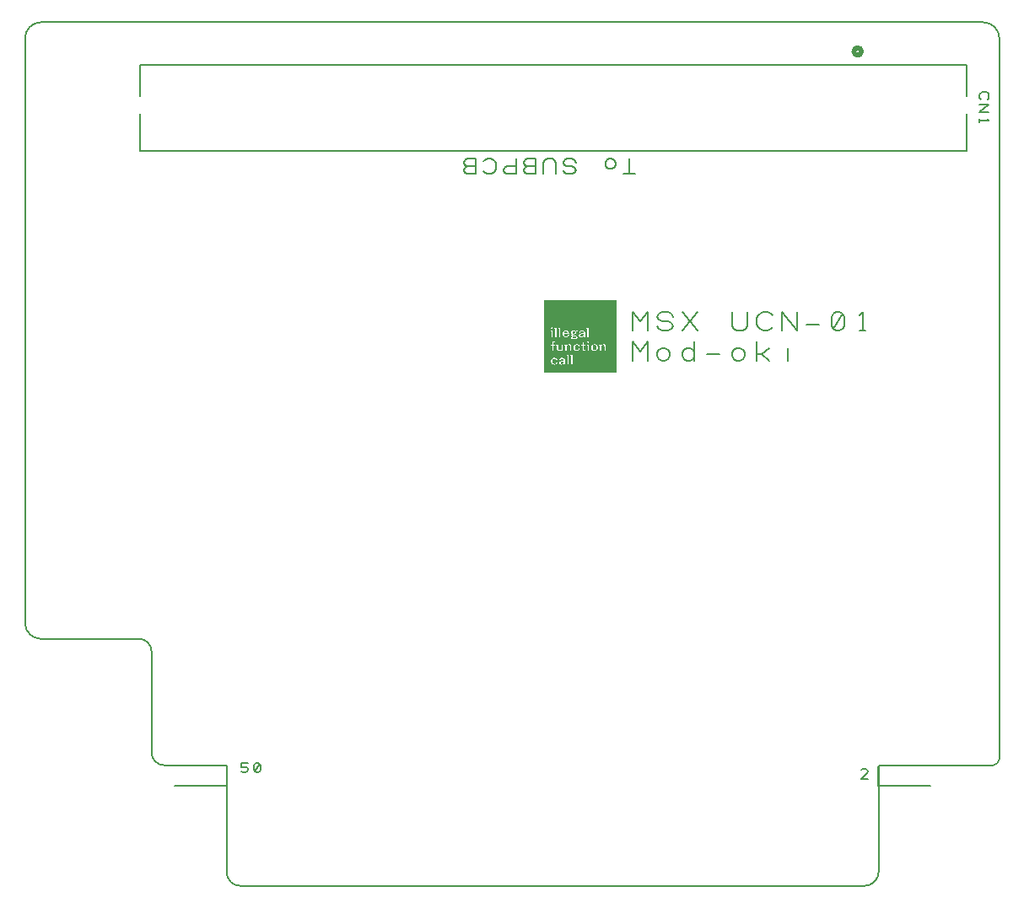
<source format=gbr>
G04 DesignSpark PCB PRO Gerber Version 10.0 Build 5299*
G04 #@! TF.Part,Single*
G04 #@! TF.FileFunction,Legend,Top*
G04 #@! TF.FilePolarity,Positive*
%FSLAX35Y35*%
%MOIN*%
%ADD80C,0.00197*%
%ADD23C,0.00500*%
%ADD117C,0.00600*%
%ADD82C,0.00787*%
%ADD118C,0.02000*%
G04 #@! TD.AperFunction*
X0Y0D02*
D02*
D23*
X142450Y9569D02*
G75*
G02*
X137170Y14849I0J5280D01*
G01*
Y57207D01*
X112485D01*
G75*
G02*
X107485Y62207I0J5000D01*
G01*
Y102207D01*
G75*
G03*
X102485Y107207I-5000J0D01*
G01*
X63735D01*
G75*
G02*
X57485Y113457I0J6250D01*
G01*
Y344707D01*
G75*
G02*
X63735Y350957I6250J0D01*
G01*
X436235D01*
G75*
G02*
X442485Y344707I0J-6250D01*
G01*
Y59707D01*
G75*
G02*
X439985Y57207I-2500J0D01*
G01*
X394807D01*
Y15066D01*
G75*
G02*
X389310Y9569I-5497J0D01*
G01*
X142450D01*
X435297Y320331D02*
X434985Y320644D01*
X434672Y321269D01*
Y322207D01*
X434985Y322831D01*
X435297Y323144D01*
X435922Y323457D01*
X437172D01*
X437797Y323144D01*
X438110Y322831D01*
X438422Y322207D01*
Y321269D01*
X438110Y320644D01*
X437797Y320331D01*
X434672Y318457D02*
X438422D01*
X434672Y315331D01*
X438422D01*
X434672Y312831D02*
Y311581D01*
Y312207D02*
X438422D01*
X437797Y312831D01*
D02*
D80*
X262484Y212807D02*
X290785D01*
X262484Y213307D02*
X290785D01*
X262484Y213807D02*
X290785D01*
X262484Y214607D02*
X290785D01*
X262484Y215107D02*
X290785D01*
X262484Y215607D02*
X266284D01*
X262484Y216107D02*
X265385D01*
X262484Y216607D02*
X265084D01*
X262484Y217107D02*
X265084D01*
X262484Y217607D02*
X265185D01*
X262484Y218107D02*
X265384D01*
X262484Y218407D02*
X265784D01*
X262484Y218907D02*
X271485D01*
X262484Y219407D02*
X271184D01*
X262484Y219907D02*
X290785D01*
X262484Y220407D02*
X290785D01*
X262484Y220907D02*
X290785D01*
X262484Y221407D02*
X265485Y221407D01*
X262484Y221907D02*
X265485Y221907D01*
X262484Y222207D02*
X265485Y222206D01*
X262484Y222707D02*
X265485Y222706D01*
X262484Y223207D02*
X265485D01*
X262484Y223707D02*
X264985D01*
X262484Y224207D02*
X265485D01*
X262484Y224707D02*
X265585Y224707D01*
X262484Y225207D02*
X290785D01*
X262484Y225707D02*
X273685Y225706D01*
X262484Y226007D02*
X272985D01*
X262484Y226507D02*
X270485D01*
X262484Y227007D02*
X265185D01*
X262484Y227507D02*
X265185D01*
X262484Y228007D02*
X265185D01*
X262484Y228507D02*
X265185D01*
X262484Y229007D02*
X264885D01*
X262484Y229507D02*
X266685D01*
X262484Y230307D02*
X265084D01*
X262484Y230807D02*
X290785D01*
X262484Y231307D02*
X290785D01*
X262484Y231807D02*
X290785D01*
X262484Y232307D02*
X290785D01*
X262484Y232807D02*
X290785D01*
X262484Y233307D02*
X290785D01*
X262484Y234107D02*
X290785D01*
X262484Y234607D02*
X290785D01*
X262484Y235107D02*
X290785D01*
X262484Y235607D02*
X290785D01*
X262484Y236107D02*
X290785D01*
X262484Y236607D02*
X290785D01*
X262484Y237107D02*
X290785D01*
X262484Y237607D02*
X290785D01*
X262484Y237907D02*
X290785D01*
X262484Y238407D02*
X290785D01*
X262484Y238907D02*
X290785D01*
X262484Y239407D02*
X290785D01*
X262484Y239907D02*
X290785D01*
X262484Y240407D02*
X290785D01*
X262484Y240907D02*
X290785D01*
X262485Y212907D02*
X290785Y212906D01*
X262485Y213007D02*
X290785D01*
X262485Y213106D02*
X290785Y213107D01*
X262485Y213207D02*
X290784D01*
X262485Y213407D02*
X290785D01*
X262485Y213507D02*
X290785D01*
X262485Y213606D02*
X290785Y213607D01*
X262485Y213707D02*
X290784D01*
X262485Y213907D02*
X290785D01*
X262485Y214007D02*
X290785Y214006D01*
X262485Y214106D02*
X290785Y214107D01*
X262485Y214207D02*
X290784D01*
X262485Y214307D02*
X290785D01*
X262485Y214407D02*
X290785D01*
X262485Y214507D02*
X290785Y214506D01*
X262485Y214707D02*
X290784D01*
X262485Y214807D02*
X290785D01*
X262485Y214907D02*
X290785D01*
X262485Y215007D02*
X290785Y215006D01*
X262485Y215207D02*
X290785Y215207D01*
X262485Y215307D02*
X290785D01*
X262485Y215407D02*
X290785D01*
X262485Y215507D02*
X290785Y215506D01*
X262485Y215707D02*
X265885Y215707D01*
X262485Y215807D02*
X265685D01*
X262485Y215906D02*
X265484Y215907D01*
X262485Y216007D02*
X265385Y216006D01*
X262485Y216207D02*
X265285D01*
X262485Y216307D02*
X265185D01*
X262485Y216406D02*
X265185Y216407D01*
X262485Y216507D02*
X265184D01*
X262485Y216707D02*
X265085D01*
X262485Y216807D02*
X265085D01*
X262485Y216906D02*
X265085D01*
X262485Y217007D02*
X265085D01*
X262485Y217207D02*
X265085D01*
X262485Y217307D02*
X265085D01*
X262485Y217406D02*
X265084Y217407D01*
X262485Y217507D02*
X265085D01*
X262485Y217707D02*
X265184D01*
X262485Y217807D02*
X265184D01*
X262485Y217906D02*
X265284Y217907D01*
X262485Y218007D02*
X265384D01*
X262485Y218207D02*
X265484D01*
X262485Y218307D02*
X265684D01*
X262485Y218507D02*
X266085D01*
X262485Y218607D02*
X271485D01*
X262485Y218707D02*
X271485D01*
X262485Y218807D02*
X271485Y218806D01*
X262485Y219007D02*
X271484D01*
X262485Y219107D02*
X271185Y219106D01*
X262485Y219207D02*
X271185D01*
X262485Y219307D02*
X271184Y219307D01*
X262485Y219507D02*
X271185Y219507D01*
X262485Y219607D02*
X290785D01*
X262485Y219706D02*
X290785D01*
X262485Y219807D02*
X290784D01*
X262485Y220007D02*
X290785Y220006D01*
X262485Y220107D02*
X290785D01*
X262485Y220207D02*
X290784Y220207D01*
X262485Y220307D02*
X290784D01*
X262485Y220507D02*
X290785Y220506D01*
X262485Y220607D02*
X290785D01*
X262485Y220706D02*
X290784Y220707D01*
X262485Y220807D02*
X290784D01*
X262485Y221007D02*
X290785D01*
X262485Y221107D02*
X267884Y221107D01*
X262485Y221206D02*
X265484Y221207D01*
X262485Y221307D02*
X265484D01*
X262485Y221507D02*
X265485Y221506D01*
X262485Y221607D02*
X265484D01*
X262485Y221706D02*
X265485D01*
X262485Y221807D02*
X265484D01*
X262485Y222007D02*
X265485Y222006D01*
X262485Y222107D02*
X265484D01*
X262485Y222307D02*
X265484D01*
X262485Y222407D02*
X265485D01*
X262485Y222507D02*
X265484D01*
X262485Y222607D02*
X265484D01*
X262485Y222807D02*
X265484D01*
X262485Y222907D02*
X265485D01*
X262485Y223007D02*
X265484Y223007D01*
X262485Y223107D02*
X265484D01*
X262485Y223307D02*
X264984D01*
X262485Y223407D02*
X264985D01*
X262485Y223506D02*
X264984Y223507D01*
X262485Y223607D02*
X264984D01*
X262485Y223807D02*
X264985Y223806D01*
X262485Y223907D02*
X265485D01*
X262485Y224007D02*
X265484Y224007D01*
X262485Y224107D02*
X265484D01*
X262485Y224307D02*
X265485Y224306D01*
X262485Y224407D02*
X265485D01*
X262485Y224506D02*
X265484Y224507D01*
X262485Y224607D02*
X265484D01*
X262485Y224807D02*
X265585D01*
X262485Y224907D02*
X265685D01*
X262485Y225006D02*
X265984Y225007D01*
X262485Y225107D02*
X279584D01*
X262485Y225307D02*
X290785D01*
X262485Y225407D02*
X290785Y225406D01*
X262485Y225506D02*
X290785Y225507D01*
X262485Y225607D02*
X290784D01*
X262485Y225807D02*
X273284D01*
X262485Y225907D02*
X273084D01*
X262485Y226107D02*
X272984D01*
X262485Y226207D02*
X272884D01*
X262485Y226307D02*
X272885D01*
X262485Y226407D02*
X272885D01*
X262485Y226607D02*
X265184D01*
X262485Y226707D02*
X265185D01*
X262485Y226807D02*
X265184D01*
X262485Y226907D02*
X265184D01*
X262485Y227107D02*
X265184D01*
X262485Y227207D02*
X265185D01*
X262485Y227306D02*
X265185Y227307D01*
X262485Y227407D02*
X265184D01*
X262485Y227607D02*
X265184D01*
X262485Y227707D02*
X265185D01*
X262485Y227807D02*
X265185D01*
X262485Y227907D02*
X265184D01*
X262485Y228107D02*
X265184D01*
X262485Y228207D02*
X265185D01*
X262485Y228306D02*
X265185Y228307D01*
X262485Y228407D02*
X265184D01*
X262485Y228607D02*
X265184D01*
X262485Y228707D02*
X264885D01*
X262485Y228806D02*
X264885Y228807D01*
X262485Y228907D02*
X264884D01*
X262485Y229107D02*
X264885D01*
X262485Y229207D02*
X264885Y229206D01*
X262485Y229306D02*
X266685Y229307D01*
X262485Y229407D02*
X266684D01*
X262485Y229607D02*
X266685D01*
X262485Y229707D02*
X265285D01*
X262485Y229806D02*
X265185Y229807D01*
X262485Y229907D02*
X265085D01*
X262485Y230007D02*
X265085Y230006D01*
X262485Y230107D02*
X265085D01*
X262485Y230207D02*
X265084Y230207D01*
X262485Y230407D02*
X265184D01*
X262485Y230507D02*
X265284D01*
X262485Y230607D02*
X290785D01*
X262485Y230707D02*
X290785Y230706D01*
X262485Y230907D02*
X290785Y230907D01*
X262485Y231007D02*
X290785D01*
X262485Y231106D02*
X290785D01*
X262485Y231207D02*
X290785Y231206D01*
X262485Y231407D02*
X290785Y231406D01*
X262485Y231507D02*
X290785D01*
X262485Y231606D02*
X290785D01*
X262485Y231707D02*
X290784D01*
X262485Y231907D02*
X290785Y231906D01*
X262485Y232007D02*
X290785D01*
X262485Y232106D02*
X290784Y232107D01*
X262485Y232207D02*
X290784D01*
X262485Y232407D02*
X290785Y232406D01*
X262485Y232507D02*
X290785D01*
X262485Y232606D02*
X290785Y232607D01*
X262485Y232707D02*
X290784D01*
X262485Y232907D02*
X290785D01*
X262485Y233007D02*
X290785D01*
X262485Y233106D02*
X290785Y233107D01*
X262485Y233207D02*
X290784D01*
X262485Y233407D02*
X290785D01*
X262485Y233507D02*
X290785Y233506D01*
X262485Y233606D02*
X290785Y233607D01*
X262485Y233707D02*
X290784D01*
X262485Y233807D02*
X290785D01*
X262485Y233907D02*
X290785D01*
X262485Y234007D02*
X290785Y234006D01*
X262485Y234207D02*
X290784D01*
X262485Y234307D02*
X290785D01*
X262485Y234407D02*
X290785D01*
X262485Y234507D02*
X290785Y234506D01*
X262485Y234707D02*
X290785Y234707D01*
X262485Y234807D02*
X290785D01*
X262485Y234907D02*
X290785D01*
X262485Y235007D02*
X290785Y235006D01*
X262485Y235207D02*
X290785Y235206D01*
X262485Y235307D02*
X290785D01*
X262485Y235406D02*
X290785D01*
X262485Y235507D02*
X290784D01*
X262485Y235707D02*
X290785Y235706D01*
X262485Y235807D02*
X290785D01*
X262485Y235906D02*
X290784Y235907D01*
X262485Y236007D02*
X290784D01*
X262485Y236207D02*
X290785Y236206D01*
X262485Y236307D02*
X290785D01*
X262485Y236406D02*
X290785Y236407D01*
X262485Y236507D02*
X290784D01*
X262485Y236707D02*
X290785D01*
X262485Y236807D02*
X290785D01*
X262485Y236906D02*
X290785Y236907D01*
X262485Y237007D02*
X290784D01*
X262485Y237207D02*
X290785D01*
X262485Y237307D02*
X290785Y237306D01*
X262485Y237406D02*
X290785Y237407D01*
X262485Y237507D02*
X290784D01*
X262485Y237707D02*
X290785D01*
X262485Y237807D02*
X290785Y237806D01*
X262485Y238007D02*
X290784D01*
X262485Y238107D02*
X290785D01*
X262485Y238207D02*
X290785D01*
X262485Y238307D02*
X290785Y238306D01*
X262485Y238507D02*
X290785Y238507D01*
X262485Y238607D02*
X290785D01*
X262485Y238707D02*
X290785D01*
X262485Y238807D02*
X290785Y238806D01*
X262485Y239007D02*
X290785D01*
X262485Y239107D02*
X290785D01*
X262485Y239206D02*
X290785D01*
X262485Y239307D02*
X290784D01*
X262485Y239507D02*
X290785Y239506D01*
X262485Y239607D02*
X290785D01*
X262485Y239707D02*
X290784Y239707D01*
X262485Y239807D02*
X290784D01*
X262485Y240007D02*
X290785Y240006D01*
X262485Y240107D02*
X290785D01*
X262485Y240206D02*
X290784Y240207D01*
X262485Y240307D02*
X290784D01*
X262485Y240507D02*
X290785D01*
X262485Y240607D02*
X290785D01*
X262485Y240706D02*
X290785Y240707D01*
X262485Y240807D02*
X290784D01*
X262485Y241007D02*
X290785D01*
X265984Y216907D02*
X268384Y216907D01*
X265984Y217007D02*
X268484D01*
X265985Y216807D02*
X268284D01*
X265985Y217107D02*
X268584D01*
X265985Y217206D02*
X268785Y217206D01*
X265985Y217307D02*
X268984D01*
X265985Y229706D02*
X266685D01*
X265985Y230507D02*
X290785D01*
X266084Y227007D02*
X266685D01*
X266084Y227507D02*
X266685D01*
X266084Y228007D02*
X266685D01*
X266084Y230307D02*
X266384D01*
X266085Y216507D02*
X267085D01*
X266085Y216607D02*
X267084Y216607D01*
X266085Y216707D02*
X267085D01*
X266085Y217406D02*
X267084Y217407D01*
X266085Y217507D02*
X267085D01*
X266085Y217606D02*
X267084Y217607D01*
X266085Y226607D02*
X266684D01*
X266085Y226807D02*
X266685D01*
X266085Y226907D02*
X266684Y226907D01*
X266085Y227107D02*
X266684D01*
X266085Y227306D02*
X266685Y227307D01*
X266085Y227407D02*
X266684D01*
X266085Y227607D02*
X266684D01*
X266085Y227806D02*
X266685Y227807D01*
X266085Y227907D02*
X266684D01*
X266085Y228107D02*
X266684D01*
X266085Y228306D02*
X266685Y228307D01*
X266085Y228407D02*
X266684D01*
X266085Y228507D02*
X266685Y228507D01*
X266085Y228607D02*
X266684D01*
X266085Y228806D02*
X266685Y228807D01*
X266085Y228907D02*
X266684D01*
X266085Y229007D02*
X266685Y229007D01*
X266085Y229107D02*
X266684D01*
X266085Y229806D02*
X266685Y229807D01*
X266085Y229907D02*
X266385Y229907D01*
X266085Y230407D02*
X266385Y230407D01*
X266085Y226707D02*
X266685D01*
X266085Y227207D02*
X266685D01*
X266085Y227707D02*
X266685D01*
X266085Y228207D02*
X266685D01*
X266085Y228707D02*
X266685D01*
X266085Y229206D02*
X266685D01*
X266085Y230206D02*
X266384Y230207D01*
X266184Y217707D02*
X266985D01*
X266185Y216407D02*
X266984Y216407D01*
X266185Y217806D02*
X266985D01*
X266185Y230007D02*
X266385Y230006D01*
X266185Y230107D02*
X266385D01*
X266285Y216307D02*
X266884D01*
X266384Y223907D02*
X271785D01*
X266384Y217907D02*
X266785Y217906D01*
X266384Y221207D02*
X267685D01*
X266384Y221306D02*
X267585Y221307D01*
X266384Y221407D02*
X267485D01*
X266384Y221607D02*
X267384Y221607D01*
X266384Y221707D02*
X267384D01*
X266384Y221806D02*
X267385Y221807D01*
X266384Y222107D02*
X267384D01*
X266384Y222207D02*
X267384D01*
X266384Y222507D02*
X267385D01*
X266384Y222607D02*
X267384D01*
X266384Y222707D02*
X267384D01*
X266384Y222906D02*
X267385D01*
X266384Y223007D02*
X267385D01*
X266384Y223107D02*
X267384D01*
X266384Y223207D02*
X267384D01*
X266384Y224007D02*
X277485Y224006D01*
X266384Y224207D02*
X277484D01*
X266384Y224407D02*
X277485D01*
X266385Y221507D02*
X267485D01*
X266385Y221906D02*
X267385D01*
X266385Y222007D02*
X267385D01*
X266385Y222307D02*
X267385Y222307D01*
X266385Y222406D02*
X267385D01*
X266385Y222807D02*
X267385Y222807D01*
X266385Y224106D02*
X277485Y224107D01*
X266385Y224307D02*
X277485D01*
X266485Y216206D02*
X266785Y216207D01*
X266884Y215607D02*
X268985D01*
X266984Y223607D02*
X267085D01*
X266984Y224507D02*
X277485Y224506D01*
X266984Y224607D02*
X277485D01*
X266984Y225007D02*
X279484Y225007D01*
X266985Y223307D02*
X267085D01*
X266985Y223407D02*
X267084D01*
X266985Y223707D02*
X267084D01*
X266985Y223806D02*
X267085Y223807D01*
X266985Y224707D02*
X277485Y224707D01*
X266985Y224806D02*
X279385Y224807D01*
X266985Y224907D02*
X279385D01*
X266985Y223506D02*
X267084Y223507D01*
X267085Y218507D02*
X269085D01*
X267285Y215706D02*
X268585Y215707D01*
X267384Y218407D02*
X268785Y218406D01*
X267385Y215806D02*
X268485Y215807D01*
X267485Y218306D02*
X268585Y218307D01*
X267584Y215907D02*
X268385Y215906D01*
X267584Y226707D02*
X268185D01*
X267584Y227007D02*
X268185D01*
X267584Y227207D02*
X268185D01*
X267584Y227307D02*
X268185D01*
X267584Y227507D02*
X268185D01*
X267584Y227707D02*
X268185D01*
X267584Y227807D02*
X268185D01*
X267584Y228007D02*
X268185D01*
X267584Y228207D02*
X268185D01*
X267584Y228307D02*
X268185D01*
X267584Y228507D02*
X268185D01*
X267584Y228807D02*
X268185D01*
X267584Y229007D02*
X268185D01*
X267584Y229307D02*
X268185D01*
X267584Y229507D02*
X268185D01*
X267584Y229807D02*
X268185D01*
X267584Y230007D02*
X267885Y230006D01*
X267584Y230307D02*
X267884D01*
X267585Y226607D02*
X268184D01*
X267585Y226807D02*
X268185D01*
X267585Y226907D02*
X268185Y226906D01*
X267585Y227107D02*
X268184D01*
X267585Y227407D02*
X268185Y227406D01*
X267585Y227607D02*
X268184D01*
X267585Y227907D02*
X268184D01*
X267585Y228107D02*
X268185D01*
X267585Y228407D02*
X268184D01*
X267585Y228607D02*
X268185D01*
X267585Y228707D02*
X268185D01*
X267585Y228907D02*
X268184D01*
X267585Y229107D02*
X268185D01*
X267585Y229207D02*
X268185Y229206D01*
X267585Y229407D02*
X268184D01*
X267585Y229607D02*
X268185D01*
X267585Y229707D02*
X268185Y229706D01*
X267585Y229907D02*
X267885D01*
X267585Y230107D02*
X267885D01*
X267585Y230207D02*
X267884Y230207D01*
X267585Y230407D02*
X267885D01*
X267684Y216007D02*
X268284D01*
X267685Y216107D02*
X268284Y216106D01*
X267685Y218207D02*
X268485D01*
X267784Y216307D02*
X268185D01*
X267784Y218007D02*
X268284D01*
X267785Y216206D02*
X268285D01*
X267785Y218107D02*
X268385Y218106D01*
X267884Y216407D02*
X268185D01*
X267884Y216607D02*
X268285Y216607D01*
X267884Y217407D02*
X269284Y217407D01*
X267884Y217807D02*
X268284Y217807D01*
X267884Y217907D02*
X268285Y217906D01*
X267885Y216506D02*
X268184Y216507D01*
X267885Y216707D02*
X268285Y216706D01*
X267885Y217507D02*
X268284D01*
X267885Y217606D02*
X268285Y217607D01*
X267885Y217707D02*
X268284D01*
Y222007D02*
X269185D01*
X268284Y221807D02*
X269085D01*
X268284Y222107D02*
X269184D01*
X268284Y222307D02*
X269184D01*
X268284Y222507D02*
X269185D01*
X268284Y222607D02*
X269184D01*
X268284Y222706D02*
X269185Y222707D01*
X268284Y222807D02*
X269184D01*
X268284Y223007D02*
X269185D01*
X268284Y223107D02*
X269185Y223107D01*
X268284Y223206D02*
X269185Y223207D01*
X268284Y223307D02*
X269185Y223307D01*
X268284Y223507D02*
X269185D01*
X268284Y223607D02*
X269185Y223606D01*
X268284Y223706D02*
X269185Y223707D01*
X268285Y221907D02*
X269184Y221907D01*
X268285Y222206D02*
X269185Y222207D01*
X268285Y222407D02*
X269184D01*
X268285Y222907D02*
X269184D01*
X268285Y223407D02*
X269184D01*
X268285Y223806D02*
X269185Y223807D01*
X268384Y221707D02*
X268884D01*
X268485Y221606D02*
X268685Y221607D01*
X269084Y226707D02*
X269985D01*
X269084Y227007D02*
X269785D01*
X269084Y227507D02*
X269584D01*
X269084Y228007D02*
X269584D01*
X269084Y228507D02*
X269684D01*
X269084Y228807D02*
X269784Y228807D01*
X269084Y229007D02*
X269985D01*
X269084Y229307D02*
X270485D01*
X269084Y229507D02*
X279385D01*
X269084Y229807D02*
X279385D01*
X269084Y230007D02*
X279085D01*
X269084Y230307D02*
X279085D01*
X269085Y217507D02*
X269784D01*
X269085Y221107D02*
X274684D01*
X269085Y226607D02*
X270185Y226607D01*
X269085Y226807D02*
X269885D01*
X269085Y226907D02*
X269784D01*
X269085Y227107D02*
X269685Y227107D01*
X269085Y227207D02*
X269684D01*
X269085Y227306D02*
X269585D01*
X269085Y227407D02*
X269585D01*
X269085Y227607D02*
X269585D01*
X269085Y227707D02*
X269585D01*
X269085Y227806D02*
X269585D01*
X269085Y227907D02*
X269585D01*
X269085Y228107D02*
X269585D01*
X269085Y228207D02*
X269585D01*
X269085Y228306D02*
X269585D01*
X269085Y228407D02*
X269585D01*
X269085Y228607D02*
X269685D01*
X269085Y228707D02*
X269684D01*
X269085Y228907D02*
X269885D01*
X269085Y229107D02*
X270085D01*
X269085Y229207D02*
X270184D01*
X269085Y229407D02*
X279384D01*
X269085Y229607D02*
X279385D01*
X269085Y229707D02*
X279385Y229706D01*
X269085Y229907D02*
X279084D01*
X269085Y230107D02*
X279085D01*
X269085Y230207D02*
X279085Y230206D01*
X269085Y230407D02*
X279084D01*
X269184Y216307D02*
X269785D01*
X269185Y216407D02*
X269885Y216406D01*
X269185Y216506D02*
X269984Y216507D01*
X269185Y216607D02*
X270084D01*
X269185Y217606D02*
X270084Y217607D01*
X269185Y217707D02*
X269984D01*
X269284Y217807D02*
X269985Y217806D01*
X269284Y221207D02*
X269285Y216206D02*
X269484Y216207D01*
X269285Y216706D02*
X270085Y216707D01*
X269384Y217907D02*
X269785Y217906D01*
X269485Y215607D02*
X290785D01*
X269485Y216807D02*
X270085D01*
X269784Y216907D02*
X270085Y216906D01*
X269885Y215707D02*
X290785Y215706D01*
X270084Y221407D02*
X270684D01*
X270084Y221907D02*
X270685Y221906D01*
X270084Y222207D02*
X270684D01*
X270084Y222707D02*
X270684D01*
X270084Y223207D02*
X270684D01*
X270084Y223707D02*
X270384D01*
X270085Y215807D02*
X270184D01*
X270085Y218507D02*
X271484D01*
X270085Y221206D02*
X270684Y221207D01*
X270085Y221307D02*
X270684Y221306D01*
X270085Y221507D02*
X270685D01*
X270085Y221607D02*
X270684Y221607D01*
X270085Y221706D02*
X270684Y221707D01*
X270085Y221807D02*
X270685D01*
X270085Y222007D02*
X270685D01*
X270085Y222107D02*
X270684Y222107D01*
X270085Y222307D02*
X270685D01*
X270085Y222407D02*
X270685Y222406D01*
X270085Y222507D02*
X270685D01*
X270085Y222607D02*
X270684Y222607D01*
X270085Y222807D02*
X270685Y222807D01*
X270085Y222907D02*
X270685Y222906D01*
X270085Y223007D02*
X270684D01*
X270085Y223107D02*
X270684Y223107D01*
X270085Y223307D02*
X270385D01*
X270085Y223407D02*
X270385D01*
X270085Y223506D02*
X270385D01*
X270085Y223607D02*
X270385D01*
X270085Y223807D02*
X270385D01*
Y218406D02*
X271485Y218407D01*
X270484Y227607D02*
X273185D01*
X270485Y227507D02*
X271684D01*
X270485Y227707D02*
X273285D01*
X270584Y228507D02*
X271485D01*
X270585Y218307D02*
X271485Y218306D01*
X270585Y227306D02*
X271685D01*
X270585Y227407D02*
X271685Y227406D01*
X270585Y228407D02*
X271484D01*
X270684Y227206D02*
X271585Y227207D01*
X270685Y218207D02*
X271485D01*
X270685Y228607D02*
X271385D01*
X270784Y227107D02*
X271484D01*
X270785Y218107D02*
X271485D01*
X270785Y228707D02*
X271285D01*
X270884Y217907D02*
X271485D01*
X270885Y217807D02*
X271485Y217806D01*
X270885Y218007D02*
X271484D01*
X270984Y216007D02*
X271484D01*
X270984Y216207D02*
X271484D01*
X270984Y216507D02*
X271484D01*
X270984Y216707D02*
X271484D01*
X270984Y217007D02*
X271484D01*
X270984Y217207D02*
X271485D01*
X270984Y217507D02*
X271484D01*
X270985Y215907D02*
X271485D01*
X270985Y216107D02*
X271485D01*
X270985Y216307D02*
X271485D01*
X270985Y216407D02*
X271485D01*
X270985Y216607D02*
X271485D01*
X270985Y216807D02*
X271485D01*
X270985Y216907D02*
X271485D01*
X270985Y217107D02*
X271485D01*
X270985Y217307D02*
X271485D01*
X270985Y217407D02*
X271485D01*
X270985Y217607D02*
X271485D01*
X270985Y217707D02*
X271485D01*
X270985Y228807D02*
X271084D01*
X271085Y215807D02*
X271485D01*
X271484Y223807D02*
X271585Y223806D01*
X271584Y221507D02*
X272485D01*
X271584Y222007D02*
X272485D01*
X271584Y222507D02*
X272485D01*
X271584Y221207D02*
X272485Y221207D01*
X271584Y221307D02*
X272484D01*
X271584Y221607D02*
X272485Y221606D01*
X271584Y221807D02*
X272484D01*
X271584Y222107D02*
X272485D01*
X271584Y222206D02*
X272485Y222207D01*
X271584Y222307D02*
X272484D01*
X271584Y222607D02*
X272485Y222606D01*
X271584Y222706D02*
X272485Y222707D01*
X271584Y222807D02*
X272484D01*
X271584Y223007D02*
X272485D01*
X271585Y221407D02*
X272485Y221407D01*
X271585Y221706D02*
X272485Y221707D01*
X271585Y221907D02*
X272485Y221907D01*
X271585Y222407D02*
X272485D01*
X271585Y222907D02*
X272485D01*
X271585Y229306D02*
X273585D01*
X271684Y223107D02*
X272485Y223106D01*
X271684Y226507D02*
X272884D01*
X271785Y223207D02*
X272485D01*
X271885Y223307D02*
X272385D01*
X271885Y226607D02*
X272885D01*
X271885Y229207D02*
X273385D01*
X271985Y229107D02*
X273185D01*
X272085Y226707D02*
X272984D01*
X272085Y229007D02*
X273185D01*
X272185Y226807D02*
X272985D01*
X272185Y228907D02*
X273084D01*
X272285Y226906D02*
X273185Y226907D01*
X272285Y228806D02*
X272985Y228807D01*
X272384Y215807D02*
X272984D01*
X272384Y216107D02*
X272985D01*
X272384Y216407D02*
X272985D01*
X272384Y216607D02*
X272985D01*
X272384Y216907D02*
X272985D01*
X272384Y217107D02*
X272985D01*
X272384Y217407D02*
X272985D01*
X272384Y217607D02*
X272985Y217606D01*
X272384Y217907D02*
X272985D01*
X272384Y218107D02*
X272984D01*
X272384Y218407D02*
X272985D01*
X272384Y218607D02*
X272984D01*
X272384Y218907D02*
X272985D01*
X272384Y219107D02*
X272685Y219106D01*
X272384Y219407D02*
X272684D01*
X272384Y227007D02*
X273184D01*
X272384Y227207D02*
X273085D01*
X272384Y228507D02*
X272985D01*
X272385Y215906D02*
X272985Y215907D01*
X272385Y216007D02*
X272985Y216006D01*
X272385Y216207D02*
X272985Y216207D01*
X272385Y216307D02*
X272984D01*
X272385Y216507D02*
X272985Y216506D01*
X272385Y216707D02*
X272985D01*
X272385Y216807D02*
X272984D01*
X272385Y217007D02*
X272984D01*
X272385Y217207D02*
X272985D01*
X272385Y217307D02*
X272983D01*
X272385Y217507D02*
X272984D01*
X272385Y217707D02*
X272985D01*
X272385Y217807D02*
X272984D01*
X272385Y218007D02*
X272984D01*
X272385Y218207D02*
X272985D01*
X272385Y218307D02*
X272984D01*
X272385Y218507D02*
X272984D01*
X272385Y218707D02*
X272985D01*
X272385Y218807D02*
X272984D01*
X272385Y219007D02*
X272984D01*
X272385Y219207D02*
X272685D01*
X272385Y219307D02*
X272684Y219307D01*
X272385Y219507D02*
X272685D01*
X272385Y227107D02*
X273084D01*
X272385Y228607D02*
X272985D01*
X272385Y228707D02*
X272984D01*
X272484Y228407D02*
X272985Y228406D01*
X272485Y227307D02*
X273084Y227307D01*
X272485Y227406D02*
X273084Y227407D01*
X272485Y227507D02*
X273085D01*
X272485Y227807D02*
X273285D01*
X272485Y227906D02*
X273185Y227907D01*
X272485Y228007D02*
X273085D01*
X272485Y228107D02*
X272985D01*
X272485Y228207D02*
X272984D01*
X272485Y228307D02*
X272985D01*
X272885Y223907D02*
X274885D01*
X273085Y223806D02*
X274585Y223806D01*
X273184Y223707D02*
X274384D01*
X273284Y223607D02*
X274284D01*
X273285Y223507D02*
X274185Y223506D01*
X273384Y221407D02*
X274285D01*
X273384Y221707D02*
X274085Y221706D01*
X273384Y221907D02*
X273985Y221906D01*
X273384Y222207D02*
X273884D01*
X273384Y222407D02*
X273885D01*
X273384Y222707D02*
X273884D01*
X273384Y223207D02*
X273984D01*
X273385Y221206D02*
X274484Y221207D01*
X273385Y221307D02*
X274385D01*
X273385Y221507D02*
X274185D01*
X273385Y221607D02*
X274085Y221606D01*
X273385Y221807D02*
X273984Y221806D01*
X273385Y222007D02*
X273985D01*
X273385Y222107D02*
X273885D01*
X273385Y222307D02*
X273885D01*
X273385Y222507D02*
X273885D01*
X273385Y222607D02*
X273885D01*
X273385Y222807D02*
X273885D01*
X273385Y222907D02*
X273885D01*
X273385Y223007D02*
X273984D01*
X273385Y223107D02*
X273984Y223107D01*
X273385Y223307D02*
X274084D01*
X273385Y223407D02*
X274085D01*
X273784Y226407D02*
X274885D01*
X273784Y226607D02*
X274784D01*
X273785Y226507D02*
X274885Y226506D01*
X273884Y216107D02*
X290785D01*
X273884Y216607D02*
X290785D01*
X273884Y217107D02*
X290785D01*
X273884Y217607D02*
X290785D01*
X273884Y217907D02*
X290785D01*
X273884Y218107D02*
X290785D01*
X273884Y218407D02*
X290785D01*
X273884Y218907D02*
X290785D01*
X273884Y219407D02*
X290785D01*
X273884Y228507D02*
X274484D01*
X273885Y215807D02*
X290785D01*
X273885Y215906D02*
X290785D01*
X273885Y216007D02*
X290784D01*
X273885Y216207D02*
X290785Y216206D01*
X273885Y216307D02*
X290785D01*
X273885Y216406D02*
X290784Y216407D01*
X273885Y216507D02*
X290784D01*
X273885Y216707D02*
X290785Y216706D01*
X273885Y216807D02*
X290785D01*
X273885Y216906D02*
X290785Y216907D01*
X273885Y217007D02*
X290784D01*
X273885Y217207D02*
X290785D01*
X273885Y217307D02*
X290785D01*
X273885Y217406D02*
X290785Y217407D01*
X273885Y217507D02*
X290784D01*
X273885Y217707D02*
X290785D01*
X273885Y217807D02*
X290785Y217806D01*
X273885Y218007D02*
X290784D01*
X273885Y218207D02*
X290785D01*
X273885Y218307D02*
X290785Y218306D01*
X273885Y218507D02*
X290784D01*
X273885Y218607D02*
X290785D01*
X273885Y218707D02*
X290785D01*
X273885Y218807D02*
X290785Y218806D01*
X273885Y219007D02*
X290785Y219007D01*
X273885Y219107D02*
X290785D01*
X273885Y219207D02*
X290785D01*
X273885Y219307D02*
X290785Y219306D01*
X273885Y219507D02*
X290785D01*
X273885Y226707D02*
X274385D01*
X273885Y228306D02*
X274484Y228307D01*
X273885Y228407D02*
X274485Y228406D01*
X273885Y228607D02*
X274485D01*
X273984Y228207D02*
X274385D01*
X273984Y226307D02*
X274685D01*
X273984Y227507D02*
X276085D01*
X273984Y228707D02*
X274385D01*
X274185Y228806D02*
X274485Y227406D02*
X276085D01*
X274685Y227607D02*
X276185D01*
X274784Y222307D02*
X277485D01*
X274785Y222407D02*
X277485Y222406D01*
X274785Y222507D02*
X277485D01*
X274785Y222606D02*
X277485Y222607D01*
X274785Y222707D02*
X277484D01*
X274785Y229307D02*
X275184D01*
X274883Y223007D02*
X275884D01*
X274884Y222007D02*
X275884D01*
X274885Y222107D02*
X275884D01*
X274885Y222206D02*
X275984Y222207D01*
X274885Y222807D02*
X275884D01*
X274885Y222907D02*
X275885D01*
X274885Y225707D02*
X290785Y225707D01*
X274984Y223107D02*
X275884Y223107D01*
X274984Y223207D02*
X275785D01*
X274984Y227707D02*
X276184D01*
X274984Y229207D02*
X275085Y229206D01*
X274985Y221807D02*
X275784D01*
X274985Y221906D02*
X275885Y221907D01*
X275084Y227807D02*
X276285Y227807D01*
X275085Y221707D02*
X275684D01*
X275184Y227307D02*
X276085Y227306D01*
X275185Y223307D02*
X275685D01*
X275185Y227907D02*
X276384D01*
X275284Y228107D02*
X276685D01*
X275285Y221606D02*
X275484Y221607D01*
X275285Y225807D02*
X290785D01*
X275285Y228007D02*
X276585D01*
X275384Y228607D02*
X276185D01*
X275384Y228207D02*
X276985D01*
X275384Y228307D02*
X276184D01*
X275384Y228407D02*
X276185D01*
X275384Y228507D02*
X276184D01*
X275385Y227207D02*
X276085D01*
X275484Y225907D02*
X290785Y225906D01*
X275585Y226007D02*
X290785D01*
X275585Y227107D02*
X276085D01*
X275585Y228707D02*
X276185D01*
X275684Y226207D02*
X290785D01*
X275684Y227007D02*
X276085D01*
X275685Y226107D02*
X290784D01*
X275685Y226807D02*
X276185D01*
X275685Y226907D02*
X276185D01*
X275784Y226607D02*
X276384D01*
X275784Y228907D02*
X276284D01*
X275785Y226307D02*
X290785D01*
X275785Y226406D02*
X290785D01*
X275785Y226507D02*
X276585D01*
X275785Y226707D02*
X276285D01*
X275785Y228807D02*
X276184D01*
X275785Y229007D02*
X276285D01*
X275785Y229107D02*
X276485D01*
X275785Y229206D02*
X276584Y229207D01*
X275785Y229307D02*
X276785D01*
X275984Y221107D02*
X281685Y221107D01*
X275985Y223906D02*
X277485Y223907D01*
X276184Y221207D02*
X277784D01*
X276185Y223807D02*
X276985D01*
X276284Y221307D02*
X277584D01*
X276384Y223706D02*
X276984Y223707D01*
X276385Y221407D02*
X277585Y221407D01*
X276485Y221507D02*
X277485D01*
X276485Y223606D02*
X276985Y223607D01*
X276584Y223507D02*
X276985Y223506D01*
X276584Y221607D02*
X277485Y221606D01*
X276585Y221707D02*
X277485Y221706D01*
X276684Y221907D02*
X277485Y221906D01*
X276684Y222207D02*
X277484D01*
X276684Y222907D02*
X277485D01*
X276684Y223207D02*
X277484D01*
X276684Y223407D02*
X276985D01*
X276685Y221807D02*
X277485D01*
X276685Y222007D02*
X277485D01*
X276685Y222107D02*
X277485Y222106D01*
X276685Y222807D02*
X277485D01*
X276685Y223007D02*
X277485D01*
X276685Y223107D02*
X277485Y223107D01*
X276685Y223307D02*
X276985D01*
Y227306D02*
X277784Y227307D01*
X276985Y228306D02*
X277384Y228307D01*
X276985Y228407D02*
X277985D01*
X277084Y227107D02*
X277584D01*
X277084Y227407D02*
X277985D01*
X277084Y228607D02*
X277885Y228606D01*
X277085Y227207D02*
X277685D01*
X277085Y227507D02*
X277984D01*
X277085Y228507D02*
X277885D01*
X277185Y228707D02*
X277784D01*
X277285Y227607D02*
X277985Y227607D01*
X277384Y228807D02*
X277585Y228807D01*
X277485Y227707D02*
X277985D01*
X277684Y226507D02*
X290785D01*
X277884Y226607D02*
X278084D01*
X277884Y227807D02*
X277985Y227806D01*
X278085Y229307D02*
X279385D01*
X278384Y221807D02*
X279485D01*
X278384Y222307D02*
X279485D01*
X278384Y222807D02*
X279485D01*
X278384Y223107D02*
X279485D01*
X278384Y224007D02*
X290784D01*
X278384Y224107D02*
X290784D01*
X278384Y224507D02*
X279385Y224507D01*
X278384Y224607D02*
X279384D01*
X278385Y221907D02*
X279484D01*
X278385Y222106D02*
X279485Y222107D01*
X278385Y222207D02*
X279484D01*
X278385Y222407D02*
X279484D01*
X278385Y222606D02*
X279485Y222607D01*
X278385Y222707D02*
X279484D01*
X278385Y222907D02*
X279484D01*
X278385Y223207D02*
X279484D01*
X278385Y223907D02*
X281785D01*
X278385Y224207D02*
X279684D01*
X278385Y224306D02*
X279485Y224307D01*
X278385Y224407D02*
X279385D01*
X278385Y224707D02*
X279385D01*
X278385Y229206D02*
X279385D01*
X278385Y222007D02*
X279485D01*
X278385Y222507D02*
X279485D01*
X278385Y223007D02*
X279485D01*
X278485Y229107D02*
X279385D01*
X278585Y221707D02*
X279484D01*
X278585Y229007D02*
X279385D01*
X278685Y228907D02*
X279384D01*
X278784Y228507D02*
X279385D01*
X278784Y228707D02*
X279385D01*
X278784Y228807D02*
X279385Y228807D01*
X278785Y228607D02*
X279385D01*
X278884Y226607D02*
X279385Y226607D01*
X278884Y227407D02*
X279385Y227406D01*
X278884Y227807D02*
X279385Y227806D01*
X278884Y227907D02*
X279384D01*
X278884Y228307D02*
X279385Y228307D01*
X278884Y228407D02*
X279384D01*
X278885Y226707D02*
X279385D01*
X278885Y226906D02*
X279385D01*
X278885Y227007D02*
X279385D01*
X278885Y227107D02*
X279385D01*
X278885Y227207D02*
X279385D01*
X278885Y227507D02*
X279385D01*
X278885Y227606D02*
X279385D01*
X278885Y227707D02*
X279385D01*
X278885Y228007D02*
X279385D01*
X278885Y228106D02*
X279385D01*
X278885Y228207D02*
X279385D01*
X278885Y226807D02*
X279385D01*
X278885Y227306D02*
X279385D01*
X279084Y221307D02*
X279485D01*
X279084Y223307D02*
X279184D01*
X279084Y223607D02*
X279184D01*
X279084Y223807D02*
X279185Y223806D01*
X279085Y221207D02*
X279484D01*
X279085Y221407D02*
X279484D01*
X279085Y221507D02*
X279485D01*
X279085Y221606D02*
X279485Y221607D01*
X279085Y223407D02*
X279185D01*
X279085Y223507D02*
X279184D01*
X279085Y223707D02*
X279184D01*
X280085Y224207D02*
X290785D01*
X280184Y225107D02*
X290784D01*
X280284Y225007D02*
X290785Y225007D01*
X280284Y226907D02*
X290785Y226906D01*
X280284Y227007D02*
X290785D01*
X280284Y227507D02*
X290785D01*
X280284Y228007D02*
X290785D01*
X280284Y228507D02*
X290785D01*
X280284Y228807D02*
X290785Y228807D01*
X280284Y229007D02*
X290785D01*
X280284Y229207D02*
X290785Y229206D01*
X280284Y229307D02*
X290785D01*
X280284Y229707D02*
X290785Y229706D01*
X280284Y229807D02*
X290785D01*
X280284Y230207D02*
X290785Y230206D01*
X280284Y230307D02*
X290785D01*
X280285Y224307D02*
X290785Y224306D01*
X280285Y226607D02*
X290784D01*
X280285Y226706D02*
X290785Y226707D01*
X280285Y226807D02*
X290785D01*
X280285Y227107D02*
X290785D01*
X280285Y227206D02*
X290785Y227207D01*
X280285Y227306D02*
X290785D01*
X280285Y227406D02*
X290784Y227407D01*
X280285Y227607D02*
X290785Y227606D01*
X280285Y227806D02*
X290784Y227807D01*
X280285Y227907D02*
X290784D01*
X280285Y228107D02*
X290785Y228106D01*
X280285Y228306D02*
X290784Y228307D01*
X280285Y228407D02*
X290784D01*
X280285Y228607D02*
X290785Y228606D01*
X280285Y228907D02*
X290784D01*
X280285Y229107D02*
X290785D01*
X280285Y229407D02*
X290784D01*
X280285Y229506D02*
X290785Y229507D01*
X280285Y229607D02*
X290785D01*
X280285Y229907D02*
X290784D01*
X280285Y230006D02*
X290785Y230007D01*
X280285Y230107D02*
X290785D01*
X280285Y230407D02*
X290784D01*
X280285Y227707D02*
X290785D01*
X280285Y228207D02*
X290785D01*
X280285Y228707D02*
X290785D01*
X280384Y221307D02*
X281285D01*
X280384Y221607D02*
X281084D01*
X280384Y221807D02*
X280985D01*
X280384Y222107D02*
X280884D01*
X280384Y222307D02*
X280884D01*
X280384Y222607D02*
X280884D01*
X280384Y222807D02*
X280884D01*
X280384Y223107D02*
X280985D01*
X280384Y223307D02*
X280985D01*
X280384Y223607D02*
X281285D01*
X280384Y224407D02*
X290785D01*
X280384Y224607D02*
X290784D01*
X280384Y224907D02*
X290785D01*
X280385Y221407D02*
X281185Y221407D01*
X280385Y221707D02*
X280984D01*
X280385Y221907D02*
X280885D01*
X280385Y222207D02*
X280885D01*
X280385Y222407D02*
X280885D01*
X280385Y222707D02*
X280885D01*
X280385Y222907D02*
X280885D01*
X280385Y223207D02*
X280984D01*
X280385Y223407D02*
X281084D01*
X280385Y223707D02*
X281385D01*
X280385Y224707D02*
X290785D01*
X280385Y221206D02*
X281485D01*
X280385Y221507D02*
X281085D01*
X280385Y222007D02*
X280884D01*
X280385Y222507D02*
X280884D01*
X280385Y223007D02*
X280884D01*
X280385Y223507D02*
X281184Y223507D01*
X280385Y223807D02*
X281485D01*
X280385Y224506D02*
X290784Y224507D01*
X280385Y224807D02*
X290785Y224806D01*
X281784Y222707D02*
X282885D01*
X281785Y222206D02*
X282885Y222207D01*
X281785Y222307D02*
X282884D01*
X281785Y222507D02*
X282885D01*
X281785Y222807D02*
X282884D01*
X281785Y222107D02*
X282885Y222106D01*
X281785Y222407D02*
X282885D01*
X281785Y222606D02*
X282885D01*
X281785Y222907D02*
X282885D01*
X281884Y222007D02*
X282785D01*
X281884Y223107D02*
X282785D01*
X281885Y221907D02*
X282784D01*
X281885Y223007D02*
X282784D01*
X281984Y223207D02*
X282685D01*
X281985Y221807D02*
X282684D01*
X282084Y221707D02*
X282584D01*
X282085Y223307D02*
X282585D01*
X282185Y221606D02*
X282385D01*
X282885Y223907D02*
X285485D01*
X282985Y221107D02*
X290785D01*
X283185Y221207D02*
X284284Y221207D01*
X283185Y223806D02*
X283985Y223806D01*
X283284Y223707D02*
X283984Y223706D01*
X283384Y221307D02*
X284285D01*
X283384Y223607D02*
X283984D01*
X283484Y223507D02*
X283984D01*
X283485Y221407D02*
X284284Y221407D01*
X283584Y221607D02*
X284285Y221607D01*
X283585Y221507D02*
X284285D01*
X283585Y223406D02*
X283985Y223407D01*
X283684Y221807D02*
X284285D01*
X283685Y221707D02*
X284284D01*
X283685Y223207D02*
X284284D01*
X283685Y223307D02*
X283984D01*
X283784Y221907D02*
X284284D01*
X283784Y222207D02*
X284284D01*
X283784Y222407D02*
X284284D01*
X283784Y222707D02*
X284284D01*
X283784Y222907D02*
X284284D01*
X283785Y222007D02*
X284285D01*
X283785Y222107D02*
X284285D01*
X283785Y222307D02*
X284285D01*
X283785Y222507D02*
X284285D01*
X283785Y222607D02*
X284285D01*
X283785Y222807D02*
X284285D01*
X283785Y223007D02*
X284285D01*
X283785Y223107D02*
X284285D01*
X285084Y223707D02*
X285085Y223807D02*
X285184D01*
Y221307D02*
X286184D01*
X285184Y221507D02*
X286184D01*
X285184Y221607D02*
X286185Y221606D01*
X285184Y221807D02*
X286184D01*
X285184Y222007D02*
X286185D01*
X285184Y222107D02*
X286185Y222106D01*
X285184Y222307D02*
X286184D01*
X285184Y222507D02*
X286185D01*
X285184Y222607D02*
X286184D01*
X285184Y222807D02*
X286184D01*
X285185Y221207D02*
X286185D01*
X285185Y221407D02*
X286185D01*
X285185Y221707D02*
X286185D01*
X285185Y221907D02*
X286185D01*
X285185Y222207D02*
X286185D01*
X285185Y222407D02*
X286185D01*
X285185Y222707D02*
X286185D01*
X285185Y222907D02*
X286185D01*
X285185Y223007D02*
X286085D01*
X285285Y223107D02*
X286085Y223107D01*
X285384Y223207D02*
X286084D01*
X285484Y223307D02*
X285984D01*
X286485Y223907D02*
X290785D01*
X286684Y223807D02*
X290785Y223806D01*
X286784Y223707D02*
X290785D01*
X286885Y223606D02*
X290784Y223607D01*
X286984Y221307D02*
X290784D01*
X286984Y221807D02*
X290784D01*
X286984Y222307D02*
X290784D01*
X286985Y221207D02*
X290785D01*
X286985Y221407D02*
X290785D01*
X286985Y221606D02*
X290785D01*
X286985Y221707D02*
X290785D01*
X286985Y221907D02*
X290785D01*
X286985Y222106D02*
X290785D01*
X286985Y222207D02*
X290785D01*
X286985Y222407D02*
X290785D01*
X286985Y222606D02*
X290785D01*
X286985Y222707D02*
X290785D01*
X286985Y222807D02*
X290784Y222807D01*
X286985Y222907D02*
X290785D01*
X286985Y223106D02*
X290785D01*
X286985Y223207D02*
X290785D01*
X286985Y223307D02*
X290785D01*
X286985Y223407D02*
X290785D01*
X286985Y221507D02*
X290785D01*
X286985Y222007D02*
X290785D01*
X286985Y222507D02*
X290785D01*
X286985Y223007D02*
X290785D01*
X286985Y223506D02*
X290785D01*
D02*
D82*
X116672Y49191D02*
X137172D01*
X137170Y56689D02*
Y49209D01*
X142989Y54699D02*
X143619Y54384D01*
X144563D01*
X145193Y54699D01*
X145508Y55329D01*
Y55644D01*
X145193Y56274D01*
X144563Y56589D01*
X142989D01*
Y58163D01*
X145508D01*
X148343Y54699D02*
X148973Y54384D01*
X149603D01*
X150233Y54699D01*
X150548Y55329D01*
Y57219D01*
X150233Y57848D01*
X149603Y58163D01*
X148973D01*
X148343Y57848D01*
X148028Y57219D01*
Y55329D01*
X148343Y54699D01*
X150233Y57848D01*
X297485Y229052D02*
Y236434D01*
X300561Y232743D01*
X303636Y236434D01*
Y229052D01*
X307327Y230898D02*
X307943Y229667D01*
X309173Y229052D01*
X311633D01*
X312864Y229667D01*
X313479Y230898D01*
X312864Y232128D01*
X311633Y232743D01*
X309173D01*
X307943Y233358D01*
X307327Y234589D01*
X307943Y235819D01*
X309173Y236434D01*
X311633D01*
X312864Y235819D01*
X313479Y234589D01*
X317170Y229052D02*
X323321Y236434D01*
X317170D02*
X323321Y229052D01*
X336855Y236434D02*
Y230898D01*
X337470Y229667D01*
X338700Y229052D01*
X341161D01*
X342391Y229667D01*
X343006Y230898D01*
Y236434D01*
X352849Y230283D02*
X352234Y229667D01*
X351004Y229052D01*
X349158D01*
X347928Y229667D01*
X347313Y230283D01*
X346697Y231513D01*
Y233974D01*
X347313Y235204D01*
X347928Y235819D01*
X349158Y236434D01*
X351004D01*
X352234Y235819D01*
X352849Y235204D01*
X356540Y229052D02*
Y236434D01*
X362691Y229052D01*
Y236434D01*
X366382Y231513D02*
X371304D01*
X376840Y229667D02*
X378070Y229052D01*
X379301D01*
X380531Y229667D01*
X381146Y230898D01*
Y234589D01*
X380531Y235819D01*
X379301Y236434D01*
X378070D01*
X376840Y235819D01*
X376225Y234589D01*
Y230898D01*
X376840Y229667D01*
X380531Y235819D01*
X387298Y229052D02*
X389758D01*
X388528D02*
Y236434D01*
X387298Y235204D01*
X297485Y217241D02*
Y224623D01*
X300561Y220932D01*
X303636Y224623D01*
Y217241D01*
X307327Y219087D02*
X307943Y217856D01*
X309173Y217241D01*
X310403D01*
X311633Y217856D01*
X312248Y219087D01*
Y220317D01*
X311633Y221547D01*
X310403Y222163D01*
X309173D01*
X307943Y221547D01*
X307327Y220317D01*
Y219087D01*
X322091Y220317D02*
X321476Y221547D01*
X320246Y222163D01*
X319015D01*
X317785Y221547D01*
X317170Y220317D01*
Y219087D01*
X317785Y217856D01*
X319015Y217241D01*
X320246D01*
X321476Y217856D01*
X322091Y219087D01*
Y217241D02*
Y224623D01*
X327012Y219702D02*
X331933D01*
X336855Y219087D02*
X337470Y217856D01*
X338700Y217241D01*
X339931D01*
X341161Y217856D01*
X341776Y219087D01*
Y220317D01*
X341161Y221547D01*
X339931Y222163D01*
X338700D01*
X337470Y221547D01*
X336855Y220317D01*
Y219087D01*
X346697Y217241D02*
Y224623D01*
Y219702D02*
X348543D01*
X351619Y222163D01*
X348543Y219702D02*
X351619Y217241D01*
X359000D02*
Y222163D01*
Y224008D02*
X296274Y296980D02*
Y291075D01*
X298735D02*
X293813D01*
X290861Y295504D02*
X290369Y296488D01*
X289384Y296980D01*
X288400D01*
X287416Y296488D01*
X286924Y295504D01*
Y294520D01*
X287416Y293535D01*
X288400Y293043D01*
X289384D01*
X290369Y293535D01*
X290861Y294520D01*
Y295504D01*
X275113D02*
X274620Y296488D01*
X273636Y296980D01*
X271668D01*
X270683Y296488D01*
X270191Y295504D01*
X270683Y294520D01*
X271668Y294028D01*
X273636D01*
X274620Y293535D01*
X275113Y292551D01*
X274620Y291567D01*
X273636Y291075D01*
X271668D01*
X270683Y291567D01*
X270191Y292551D01*
X267239Y291075D02*
Y295504D01*
X266746Y296488D01*
X265762Y296980D01*
X263794D01*
X262809Y296488D01*
X262317Y295504D01*
Y291075D01*
X255920Y294028D02*
X254935Y294520D01*
X254443Y295504D01*
X254935Y296488D01*
X255920Y296980D01*
X259365D01*
Y291075D01*
X255920D01*
X254935Y291567D01*
X254443Y292551D01*
X254935Y293535D01*
X255920Y294028D01*
X259365D01*
X251491Y296980D02*
Y291075D01*
X248046D01*
X247061Y291567D01*
X246569Y292551D01*
X247061Y293535D01*
X248046Y294028D01*
X251491D01*
X238695Y295996D02*
X239187Y296488D01*
X240172Y296980D01*
X241648D01*
X242632Y296488D01*
X243124Y295996D01*
X243617Y295012D01*
Y293043D01*
X243124Y292059D01*
X242632Y291567D01*
X241648Y291075D01*
X240172D01*
X239187Y291567D01*
X238695Y292059D01*
X232298Y294028D02*
X231313Y294520D01*
X230821Y295504D01*
X231313Y296488D01*
X232298Y296980D01*
X235743D01*
Y291075D01*
X232298D01*
X231313Y291567D01*
X230821Y292551D01*
X231313Y293535D01*
X232298Y294028D01*
X235743D01*
X390508Y51884D02*
X387989D01*
X390193Y54089D01*
X390508Y54719D01*
X390193Y55348D01*
X389563Y55663D01*
X388619D01*
X387989Y55348D01*
X394739Y56689D02*
Y49209D01*
X415239Y49189D02*
X394739D01*
D02*
D117*
X103035Y314607D02*
Y300207D01*
X429435D01*
Y314607D01*
Y321807D02*
Y334107D01*
X103035D01*
Y321807D01*
D02*
D118*
X385035Y339407D02*
G75*
G02*
X388035I1500J0D01*
G01*
G75*
G02*
X385035I-1500J0D01*
G01*
X0Y0D02*
M02*

</source>
